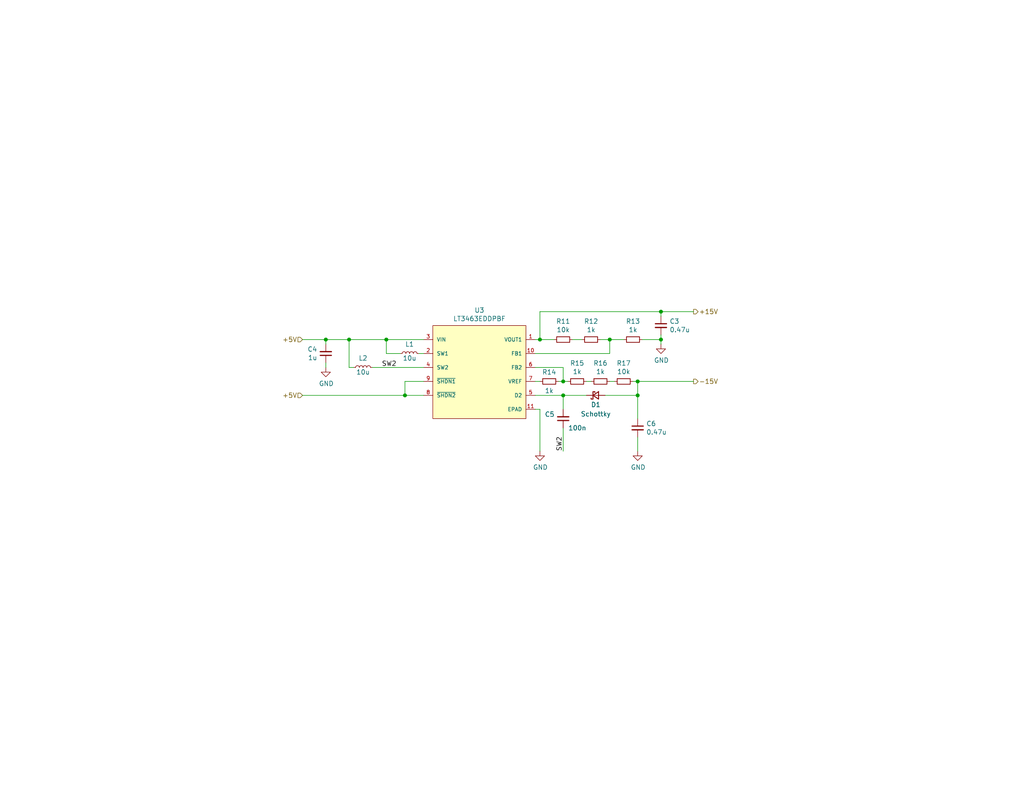
<source format=kicad_sch>
(kicad_sch (version 20211123) (generator eeschema)
  (paper "USLetter")
  (title_block (title "Voltage supply") (rev "1.0") (company "Cristóbal Cuevas Lagos") (comment 1 "Cristóbal Cuevas Lagos"))
  (lib_symbols
    (symbol "Device:C_Small" (pin_numbers hide) (pin_names (offset 0.254) hide)
      (property "Reference" "C" (at 0.254 1.778 0))
      (property "Value" "C_Small" (at 0.254 -2.032 0))
      (symbol "C_Small_0_1"
        (polyline (pts (xy -1.524 -0.508) (xy 1.524 -0.508)) (stroke (width 0.3302)))
        (polyline (pts (xy -1.524 0.508) (xy 1.524 0.508)) (stroke (width 0.3048)))
      )
      (symbol "C_Small_1_1"
        (pin passive line (at 0 2.54 270) (length 2.032) (name "~") (number "1"))
        (pin passive line (at 0 -2.54 90) (length 2.032) (name "~") (number "2"))
      )
    )
    (symbol "Device:D_Schottky_Small" (pin_numbers hide) (pin_names (offset 0.254) hide)
      (property "Reference" "D" (at -1.27 2.032 0))
      (property "Value" "D_Schottky_Small" (at -7.112 -2.032 0))
      (symbol "D_Schottky_Small_0_1"
        (polyline (pts (xy -0.762 0) (xy 0.762 0)))
        (polyline (pts (xy 0.762 -1.016) (xy -0.762 0) (xy 0.762 1.016) (xy 0.762 -1.016)) (stroke (width 0.254)))
        (polyline (pts (xy -1.27 0.762) (xy -1.27 1.016) (xy -0.762 1.016) (xy -0.762 -1.016) (xy -0.254 -1.016) (xy -0.254 -0.762)) (stroke (width 0.254)))
      )
      (symbol "D_Schottky_Small_1_1"
        (pin passive line (at -2.54 0 0) (length 1.778) (name "K") (number "1"))
        (pin passive line (at 2.54 0 180) (length 1.778) (name "A") (number "2"))
      )
    )
    (symbol "Device:L_Small" (pin_numbers hide) (pin_names (offset 0.254) hide)
      (property "Reference" "L" (at 0.762 1.016 0))
      (property "Value" "L_Small" (at 0.762 -1.016 0))
      (symbol "L_Small_0_1"
        (arc (start 0 -2.032) (mid 0.508 -1.524) (end 0 -1.016))
        (arc (start 0 -1.016) (mid 0.508 -0.508) (end 0 0))
        (arc (start 0 0) (mid 0.508 0.508) (end 0 1.016))
        (arc (start 0 1.016) (mid 0.508 1.524) (end 0 2.032))
      )
      (symbol "L_Small_1_1"
        (pin passive line (at 0 2.54 270) (length 0.508) (name "~") (number "1"))
        (pin passive line (at 0 -2.54 90) (length 0.508) (name "~") (number "2"))
      )
    )
    (symbol "Device:R_Small" (pin_numbers hide) (pin_names (offset 0.254) hide)
      (property "Reference" "R" (at 0.762 0.508 0))
      (property "Value" "R_Small" (at 0.762 -1.016 0))
      (symbol "R_Small_0_1"
        (rectangle (start -0.762 1.778) (end 0.762 -1.778) (stroke (width 0.2032)))
      )
      (symbol "R_Small_1_1"
        (pin passive line (at 0 2.54 270) (length 0.762) (name "~") (number "1"))
        (pin passive line (at 0 -2.54 90) (length 0.762) (name "~") (number "2"))
      )
    )
    (symbol "LT3463EDDPBF:LT3463EDDPBF" (pin_names (offset 1.016))
      (property "Reference" "U" (at 0 16.51 0))
      (property "Value" "LT3463EDDPBF" (at -6.35 13.97 0))
      (symbol "LT3463EDDPBF_0_0"
        (pin output line (at 15.24 8.89 180) (length 2.54) (name "VOUT1") (number "1"))
        (pin input line (at 15.24 5.08 180) (length 2.54) (name "FB1") (number "10"))
        (pin passive line (at 15.24 -10.16 180) (length 2.54) (name "EPAD") (number "11"))
        (pin passive line (at -15.24 5.08 0) (length 2.54) (name "SW1") (number "2"))
        (pin power_in line (at -15.24 8.89 0) (length 2.54) (name "VIN") (number "3"))
        (pin passive line (at -15.24 1.27 0) (length 2.54) (name "SW2") (number "4"))
        (pin passive line (at 15.24 -6.35 180) (length 2.54) (name "D2") (number "5"))
        (pin input line (at 15.24 1.27 180) (length 2.54) (name "FB2") (number "6"))
        (pin power_in line (at 15.24 -2.54 180) (length 2.54) (name "VREF") (number "7"))
        (pin input line (at -15.24 -6.35 0) (length 2.54) (name "~{SHDN2}") (number "8"))
        (pin input line (at -15.24 -2.54 0) (length 2.54) (name "~{SHDN1}") (number "9"))
      )
      (symbol "LT3463EDDPBF_0_1"
        (rectangle (start -12.7 12.7) (end 12.7 -12.7) (fill (type background)))
      )
    )
    (symbol "power:GND" (power) (pin_names (offset 0))
      (property "Value" "GND" (at 0 -3.81 0))
      (symbol "GND_0_1"
        (polyline (pts (xy 0 0) (xy 0 -1.27) (xy 1.27 -1.27) (xy 0 -2.54) (xy -1.27 -1.27) (xy 0 -1.27)))
      )
      (symbol "GND_1_1"
        (pin power_in line (at 0 0 270) (length 0) hide (name "GND") (number "1"))
      )
    )
  )
  (junction (at 153.67 107.95))
  (junction (at 180.34 85.09))
  (junction (at 147.32 92.71))
  (junction (at 105.41 92.71))
  (junction (at 95.25 92.71))
  (junction (at 173.99 104.14))
  (junction (at 173.99 107.95))
  (junction (at 110.49 107.95))
  (junction (at 153.67 104.14))
  (junction (at 88.9 92.71))
  (junction (at 166.37 92.71))
  (junction (at 180.34 92.71))
  (wire (pts (xy 153.67 111.76) (xy 153.67 107.95)))
  (wire (pts (xy 156.21 92.71) (xy 158.75 92.71)))
  (wire (pts (xy 82.55 92.71) (xy 88.9 92.71)))
  (wire (pts (xy 95.25 100.33) (xy 95.25 92.71)))
  (wire (pts (xy 105.41 92.71) (xy 115.57 92.71)))
  (wire (pts (xy 110.49 107.95) (xy 115.57 107.95)))
  (wire (pts (xy 115.57 100.33) (xy 101.6 100.33)))
  (wire (pts (xy 96.52 100.33) (xy 95.25 100.33)))
  (wire (pts (xy 175.26 92.71) (xy 180.34 92.71)))
  (wire (pts (xy 180.34 92.71) (xy 180.34 91.44)))
  (wire (pts (xy 189.23 104.14) (xy 173.99 104.14)))
  (wire (pts (xy 146.05 92.71) (xy 147.32 92.71)))
  (wire (pts (xy 173.99 107.95) (xy 173.99 104.14)))
  (wire (pts (xy 105.41 96.52) (xy 105.41 92.71)))
  (wire (pts (xy 146.05 107.95) (xy 153.67 107.95)))
  (wire (pts (xy 147.32 92.71) (xy 147.32 85.09)))
  (wire (pts (xy 153.67 104.14) (xy 154.94 104.14)))
  (wire (pts (xy 110.49 104.14) (xy 110.49 107.95)))
  (wire (pts (xy 173.99 119.38) (xy 173.99 123.19)))
  (wire (pts (xy 166.37 96.52) (xy 166.37 92.71)))
  (wire (pts (xy 166.37 92.71) (xy 170.18 92.71)))
  (wire (pts (xy 153.67 116.84) (xy 153.67 123.19)))
  (wire (pts (xy 88.9 99.06) (xy 88.9 100.33)))
  (wire (pts (xy 146.05 100.33) (xy 153.67 100.33)))
  (wire (pts (xy 173.99 114.3) (xy 173.99 107.95)))
  (wire (pts (xy 146.05 104.14) (xy 147.32 104.14)))
  (wire (pts (xy 114.3 96.52) (xy 115.57 96.52)))
  (wire (pts (xy 88.9 92.71) (xy 95.25 92.71)))
  (wire (pts (xy 147.32 85.09) (xy 180.34 85.09)))
  (wire (pts (xy 160.02 104.14) (xy 161.29 104.14)))
  (wire (pts (xy 147.32 92.71) (xy 151.13 92.71)))
  (wire (pts (xy 115.57 104.14) (xy 110.49 104.14)))
  (wire (pts (xy 88.9 93.98) (xy 88.9 92.71)))
  (wire (pts (xy 152.4 104.14) (xy 153.67 104.14)))
  (wire (pts (xy 153.67 107.95) (xy 160.02 107.95)))
  (wire (pts (xy 166.37 104.14) (xy 167.64 104.14)))
  (wire (pts (xy 146.05 111.76) (xy 147.32 111.76)))
  (wire (pts (xy 82.55 107.95) (xy 110.49 107.95)))
  (wire (pts (xy 146.05 96.52) (xy 166.37 96.52)))
  (wire (pts (xy 153.67 100.33) (xy 153.67 104.14)))
  (wire (pts (xy 180.34 92.71) (xy 180.34 93.98)))
  (wire (pts (xy 163.83 92.71) (xy 166.37 92.71)))
  (wire (pts (xy 147.32 111.76) (xy 147.32 123.19)))
  (wire (pts (xy 165.1 107.95) (xy 173.99 107.95)))
  (wire (pts (xy 109.22 96.52) (xy 105.41 96.52)))
  (wire (pts (xy 172.72 104.14) (xy 173.99 104.14)))
  (wire (pts (xy 95.25 92.71) (xy 105.41 92.71)))
  (wire (pts (xy 189.23 85.09) (xy 180.34 85.09)))
  (wire (pts (xy 180.34 85.09) (xy 180.34 86.36)))
  (label "SW2" (at 153.67 123.19 90))
  (label "SW2" (at 104.14 100.33 0))
  (hierarchical_label "-15V" (shape output) (at 189.23 104.14 0))
  (hierarchical_label "+5V" (shape input) (at 82.55 107.95 180))
  (hierarchical_label "+5V" (shape input) (at 82.55 92.71 180))
  (hierarchical_label "+15V" (shape output) (at 189.23 85.09 0))
  (symbol (lib_id "LT3463EDDPBF:LT3463EDDPBF") (at 130.81 101.6 0) (unit 1)
    (property "Reference" "U3" (at 130.81 84.709 0))
    (property "Value" "LT3463EDDPBF" (at 130.81 87.0204 0))
    (property "Footprint" "Package_DFN_QFN:DFN-10-1EP_3x3mm_P0.5mm_EP1.65x2.38mm" (effects hide))
    (property "Datasheet" "https://www.analog.com/media/en/technical-documentation/data-sheets/3463f.pdf" (effects hide))
  )
  (symbol (lib_id "Device:R_Small") (at 153.67 92.71 270) (unit 1)
    (property "Reference" "R11" (at 153.67 87.7316 90))
    (property "Value" "10k" (at 153.67 90.043 90))
    (property "Footprint" "Resistor_SMD:R_0603_1608Metric" (effects hide))
  )
  (symbol (lib_id "Device:C_Small") (at 180.34 88.9 0) (unit 1)
    (property "Reference" "C3" (at 182.6768 87.7316 0) (effects (justify left)))
    (property "Value" "0.47u" (at 182.6768 90.043 0) (effects (justify left)))
    (property "Footprint" "Capacitor_SMD:C_0603_1608Metric" (effects hide))
  )
  (symbol (lib_id "Device:D_Schottky_Small") (at 162.56 107.95 0) (mirror x) (unit 1)
    (property "Reference" "D1" (at 162.56 110.49 0))
    (property "Value" "Schottky" (at 162.56 113.03 0))
    (property "Footprint" "Diode_SMD:D_SMA" (effects hide))
  )
  (symbol (lib_id "power:GND") (at 173.99 123.19 0) (unit 1)
    (property "Reference" "#PWR?" (effects hide))
    (property "Value" "GND" (at 174.117 127.5842 0))
  )
  (symbol (lib_id "Device:L_Small") (at 111.76 96.52 90) (unit 1)
    (property "Reference" "L1" (at 111.76 93.98 90))
    (property "Value" "10u" (at 111.76 97.79 90))
    (property "Footprint" "Inductor_SMD:L_Bourns-SRN4018" (effects hide))
  )
  (symbol (lib_id "Device:L_Small") (at 99.06 100.33 90) (unit 1)
    (property "Reference" "L2" (at 99.06 97.79 90))
    (property "Value" "10u" (at 99.06 101.6 90))
    (property "Footprint" "Inductor_SMD:L_Bourns-SRN4018" (effects hide))
  )
  (symbol (lib_id "Device:C_Small") (at 88.9 96.52 0) (mirror x) (unit 1)
    (property "Reference" "C4" (at 86.5886 95.3516 0) (effects (justify right)))
    (property "Value" "1u" (at 86.5886 97.663 0) (effects (justify right)))
    (property "Footprint" "Capacitor_SMD:C_0603_1608Metric" (effects hide))
  )
  (symbol (lib_id "power:GND") (at 88.9 100.33 0) (unit 1)
    (property "Reference" "#PWR?" (effects hide))
    (property "Value" "GND" (at 89.027 104.7242 0))
  )
  (symbol (lib_id "power:GND") (at 147.32 123.19 0) (unit 1)
    (property "Reference" "#PWR?" (effects hide))
    (property "Value" "GND" (at 147.447 127.5842 0))
  )
  (symbol (lib_id "Device:C_Small") (at 153.67 114.3 0) (mirror x) (unit 1)
    (property "Reference" "C5" (at 151.3332 113.1316 0) (effects (justify right)))
    (property "Value" "100n" (at 160.02 116.84 0) (effects (justify right)))
    (property "Footprint" "Capacitor_SMD:C_0603_1608Metric" (effects hide))
  )
  (symbol (lib_id "Device:C_Small") (at 173.99 116.84 0) (unit 1)
    (property "Reference" "C6" (at 176.3268 115.6716 0) (effects (justify left)))
    (property "Value" "0.47u" (at 176.3268 117.983 0) (effects (justify left)))
    (property "Footprint" "Capacitor_SMD:C_0603_1608Metric" (effects hide))
  )
  (symbol (lib_id "power:GND") (at 180.34 93.98 0) (unit 1)
    (property "Reference" "#PWR?" (effects hide))
    (property "Value" "GND" (at 180.467 98.3742 0))
  )
  (symbol (lib_id "Device:R_Small") (at 161.29 92.71 270) (unit 1)
    (property "Reference" "R12" (at 161.29 87.7316 90))
    (property "Value" "1k" (at 161.29 90.043 90))
    (property "Footprint" "Resistor_SMD:R_0603_1608Metric" (effects hide))
  )
  (symbol (lib_id "Device:R_Small") (at 172.72 92.71 270) (unit 1)
    (property "Reference" "R13" (at 172.72 87.7316 90))
    (property "Value" "1k" (at 172.72 90.043 90))
    (property "Footprint" "Resistor_SMD:R_0603_1608Metric" (effects hide))
  )
  (symbol (lib_id "Device:R_Small") (at 149.86 104.14 270) (unit 1)
    (property "Reference" "R14" (at 149.86 101.6 90))
    (property "Value" "1k" (at 149.86 106.68 90))
    (property "Footprint" "Resistor_SMD:R_0603_1608Metric" (effects hide))
  )
  (symbol (lib_id "Device:R_Small") (at 157.48 104.14 270) (unit 1)
    (property "Reference" "R15" (at 157.48 99.1616 90))
    (property "Value" "1k" (at 157.48 101.473 90))
    (property "Footprint" "Resistor_SMD:R_0603_1608Metric" (effects hide))
  )
  (symbol (lib_id "Device:R_Small") (at 163.83 104.14 270) (unit 1)
    (property "Reference" "R16" (at 163.83 99.1616 90))
    (property "Value" "1k" (at 163.83 101.473 90))
    (property "Footprint" "Resistor_SMD:R_0603_1608Metric" (effects hide))
  )
  (symbol (lib_id "Device:R_Small") (at 170.18 104.14 270) (unit 1)
    (property "Reference" "R17" (at 170.18 99.1616 90))
    (property "Value" "10k" (at 170.18 101.473 90))
    (property "Footprint" "Resistor_SMD:R_0603_1608Metric" (effects hide))
  )
)
</source>
